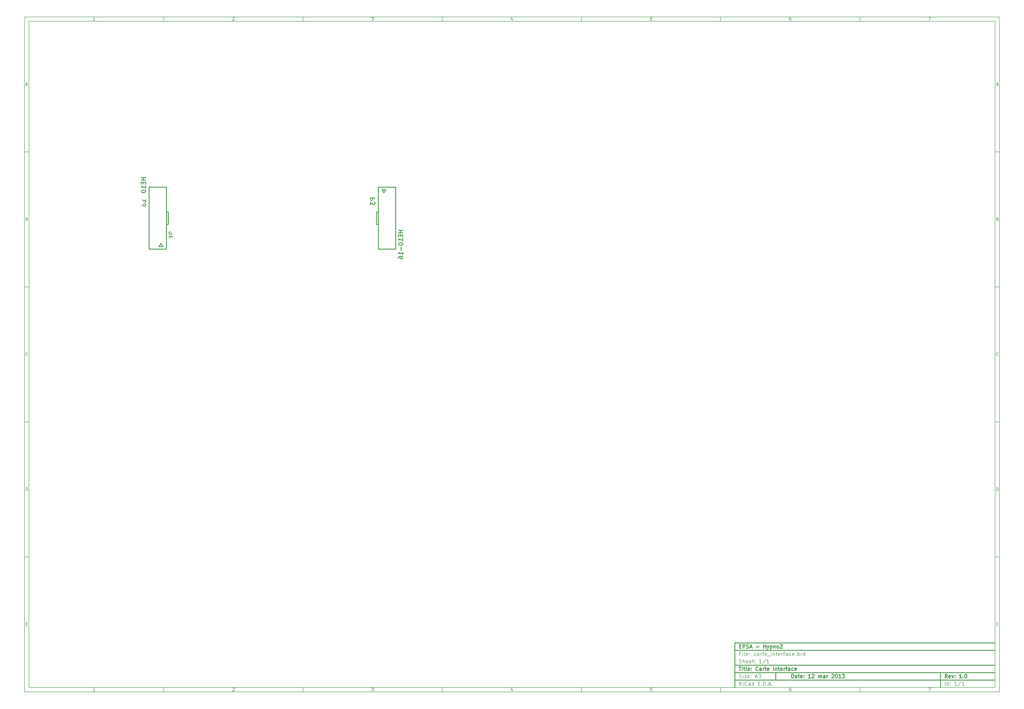
<source format=gbo>
G04 (created by PCBNEW-RS274X (2012-01-19 BZR 3256)-stable) date 12/03/2013 15:58:58*
G01*
G70*
G90*
%MOIN*%
G04 Gerber Fmt 3.4, Leading zero omitted, Abs format*
%FSLAX34Y34*%
G04 APERTURE LIST*
%ADD10C,0.006000*%
%ADD11C,0.012000*%
%ADD12C,0.014000*%
%ADD13C,0.090000*%
%ADD14R,0.090000X0.090000*%
%ADD15R,0.082000X0.110000*%
%ADD16O,0.082000X0.110000*%
%ADD17R,0.110000X0.082000*%
%ADD18O,0.110000X0.082000*%
%ADD19C,0.235000*%
%ADD20R,0.105000X0.105000*%
%ADD21C,0.105000*%
%ADD22R,0.095000X0.095000*%
%ADD23C,0.095000*%
%ADD24R,0.075000X0.075000*%
%ADD25C,0.075000*%
%ADD26C,0.100000*%
%ADD27C,0.270000*%
G04 APERTURE END LIST*
G54D10*
X04000Y-04000D02*
X161350Y-04000D01*
X161350Y-113000D01*
X04000Y-113000D01*
X04000Y-04000D01*
X04700Y-04700D02*
X160650Y-04700D01*
X160650Y-112300D01*
X04700Y-112300D01*
X04700Y-04700D01*
X26470Y-04000D02*
X26470Y-04700D01*
X15383Y-04552D02*
X15097Y-04552D01*
X15240Y-04552D02*
X15240Y-04052D01*
X15192Y-04124D01*
X15145Y-04171D01*
X15097Y-04195D01*
X26470Y-113000D02*
X26470Y-112300D01*
X15383Y-112852D02*
X15097Y-112852D01*
X15240Y-112852D02*
X15240Y-112352D01*
X15192Y-112424D01*
X15145Y-112471D01*
X15097Y-112495D01*
X48940Y-04000D02*
X48940Y-04700D01*
X37567Y-04100D02*
X37591Y-04076D01*
X37639Y-04052D01*
X37758Y-04052D01*
X37805Y-04076D01*
X37829Y-04100D01*
X37853Y-04148D01*
X37853Y-04195D01*
X37829Y-04267D01*
X37543Y-04552D01*
X37853Y-04552D01*
X48940Y-113000D02*
X48940Y-112300D01*
X37567Y-112400D02*
X37591Y-112376D01*
X37639Y-112352D01*
X37758Y-112352D01*
X37805Y-112376D01*
X37829Y-112400D01*
X37853Y-112448D01*
X37853Y-112495D01*
X37829Y-112567D01*
X37543Y-112852D01*
X37853Y-112852D01*
X71410Y-04000D02*
X71410Y-04700D01*
X60013Y-04052D02*
X60323Y-04052D01*
X60156Y-04243D01*
X60228Y-04243D01*
X60275Y-04267D01*
X60299Y-04290D01*
X60323Y-04338D01*
X60323Y-04457D01*
X60299Y-04505D01*
X60275Y-04529D01*
X60228Y-04552D01*
X60085Y-04552D01*
X60037Y-04529D01*
X60013Y-04505D01*
X71410Y-113000D02*
X71410Y-112300D01*
X60013Y-112352D02*
X60323Y-112352D01*
X60156Y-112543D01*
X60228Y-112543D01*
X60275Y-112567D01*
X60299Y-112590D01*
X60323Y-112638D01*
X60323Y-112757D01*
X60299Y-112805D01*
X60275Y-112829D01*
X60228Y-112852D01*
X60085Y-112852D01*
X60037Y-112829D01*
X60013Y-112805D01*
X93880Y-04000D02*
X93880Y-04700D01*
X82745Y-04219D02*
X82745Y-04552D01*
X82626Y-04029D02*
X82507Y-04386D01*
X82817Y-04386D01*
X93880Y-113000D02*
X93880Y-112300D01*
X82745Y-112519D02*
X82745Y-112852D01*
X82626Y-112329D02*
X82507Y-112686D01*
X82817Y-112686D01*
X116350Y-04000D02*
X116350Y-04700D01*
X105239Y-04052D02*
X105001Y-04052D01*
X104977Y-04290D01*
X105001Y-04267D01*
X105049Y-04243D01*
X105168Y-04243D01*
X105215Y-04267D01*
X105239Y-04290D01*
X105263Y-04338D01*
X105263Y-04457D01*
X105239Y-04505D01*
X105215Y-04529D01*
X105168Y-04552D01*
X105049Y-04552D01*
X105001Y-04529D01*
X104977Y-04505D01*
X116350Y-113000D02*
X116350Y-112300D01*
X105239Y-112352D02*
X105001Y-112352D01*
X104977Y-112590D01*
X105001Y-112567D01*
X105049Y-112543D01*
X105168Y-112543D01*
X105215Y-112567D01*
X105239Y-112590D01*
X105263Y-112638D01*
X105263Y-112757D01*
X105239Y-112805D01*
X105215Y-112829D01*
X105168Y-112852D01*
X105049Y-112852D01*
X105001Y-112829D01*
X104977Y-112805D01*
X138820Y-04000D02*
X138820Y-04700D01*
X127685Y-04052D02*
X127590Y-04052D01*
X127542Y-04076D01*
X127519Y-04100D01*
X127471Y-04171D01*
X127447Y-04267D01*
X127447Y-04457D01*
X127471Y-04505D01*
X127495Y-04529D01*
X127542Y-04552D01*
X127638Y-04552D01*
X127685Y-04529D01*
X127709Y-04505D01*
X127733Y-04457D01*
X127733Y-04338D01*
X127709Y-04290D01*
X127685Y-04267D01*
X127638Y-04243D01*
X127542Y-04243D01*
X127495Y-04267D01*
X127471Y-04290D01*
X127447Y-04338D01*
X138820Y-113000D02*
X138820Y-112300D01*
X127685Y-112352D02*
X127590Y-112352D01*
X127542Y-112376D01*
X127519Y-112400D01*
X127471Y-112471D01*
X127447Y-112567D01*
X127447Y-112757D01*
X127471Y-112805D01*
X127495Y-112829D01*
X127542Y-112852D01*
X127638Y-112852D01*
X127685Y-112829D01*
X127709Y-112805D01*
X127733Y-112757D01*
X127733Y-112638D01*
X127709Y-112590D01*
X127685Y-112567D01*
X127638Y-112543D01*
X127542Y-112543D01*
X127495Y-112567D01*
X127471Y-112590D01*
X127447Y-112638D01*
X149893Y-04052D02*
X150227Y-04052D01*
X150012Y-04552D01*
X149893Y-112352D02*
X150227Y-112352D01*
X150012Y-112852D01*
X04000Y-25800D02*
X04700Y-25800D01*
X04231Y-14960D02*
X04469Y-14960D01*
X04184Y-15102D02*
X04350Y-14602D01*
X04517Y-15102D01*
X161350Y-25800D02*
X160650Y-25800D01*
X160881Y-14960D02*
X161119Y-14960D01*
X160834Y-15102D02*
X161000Y-14602D01*
X161167Y-15102D01*
X04000Y-47600D02*
X04700Y-47600D01*
X04386Y-36640D02*
X04457Y-36664D01*
X04481Y-36688D01*
X04505Y-36736D01*
X04505Y-36807D01*
X04481Y-36855D01*
X04457Y-36879D01*
X04410Y-36902D01*
X04219Y-36902D01*
X04219Y-36402D01*
X04386Y-36402D01*
X04433Y-36426D01*
X04457Y-36450D01*
X04481Y-36498D01*
X04481Y-36545D01*
X04457Y-36593D01*
X04433Y-36617D01*
X04386Y-36640D01*
X04219Y-36640D01*
X161350Y-47600D02*
X160650Y-47600D01*
X161036Y-36640D02*
X161107Y-36664D01*
X161131Y-36688D01*
X161155Y-36736D01*
X161155Y-36807D01*
X161131Y-36855D01*
X161107Y-36879D01*
X161060Y-36902D01*
X160869Y-36902D01*
X160869Y-36402D01*
X161036Y-36402D01*
X161083Y-36426D01*
X161107Y-36450D01*
X161131Y-36498D01*
X161131Y-36545D01*
X161107Y-36593D01*
X161083Y-36617D01*
X161036Y-36640D01*
X160869Y-36640D01*
X04000Y-69400D02*
X04700Y-69400D01*
X04505Y-58655D02*
X04481Y-58679D01*
X04410Y-58702D01*
X04362Y-58702D01*
X04290Y-58679D01*
X04243Y-58631D01*
X04219Y-58583D01*
X04195Y-58488D01*
X04195Y-58417D01*
X04219Y-58321D01*
X04243Y-58274D01*
X04290Y-58226D01*
X04362Y-58202D01*
X04410Y-58202D01*
X04481Y-58226D01*
X04505Y-58250D01*
X161350Y-69400D02*
X160650Y-69400D01*
X161155Y-58655D02*
X161131Y-58679D01*
X161060Y-58702D01*
X161012Y-58702D01*
X160940Y-58679D01*
X160893Y-58631D01*
X160869Y-58583D01*
X160845Y-58488D01*
X160845Y-58417D01*
X160869Y-58321D01*
X160893Y-58274D01*
X160940Y-58226D01*
X161012Y-58202D01*
X161060Y-58202D01*
X161131Y-58226D01*
X161155Y-58250D01*
X04000Y-91200D02*
X04700Y-91200D01*
X04219Y-80502D02*
X04219Y-80002D01*
X04338Y-80002D01*
X04410Y-80026D01*
X04457Y-80074D01*
X04481Y-80121D01*
X04505Y-80217D01*
X04505Y-80288D01*
X04481Y-80383D01*
X04457Y-80431D01*
X04410Y-80479D01*
X04338Y-80502D01*
X04219Y-80502D01*
X161350Y-91200D02*
X160650Y-91200D01*
X160869Y-80502D02*
X160869Y-80002D01*
X160988Y-80002D01*
X161060Y-80026D01*
X161107Y-80074D01*
X161131Y-80121D01*
X161155Y-80217D01*
X161155Y-80288D01*
X161131Y-80383D01*
X161107Y-80431D01*
X161060Y-80479D01*
X160988Y-80502D01*
X160869Y-80502D01*
X04243Y-102040D02*
X04410Y-102040D01*
X04481Y-102302D02*
X04243Y-102302D01*
X04243Y-101802D01*
X04481Y-101802D01*
X160893Y-102040D02*
X161060Y-102040D01*
X161131Y-102302D02*
X160893Y-102302D01*
X160893Y-101802D01*
X161131Y-101802D01*
G54D11*
X127793Y-110743D02*
X127793Y-110143D01*
X127936Y-110143D01*
X128021Y-110171D01*
X128079Y-110229D01*
X128107Y-110286D01*
X128136Y-110400D01*
X128136Y-110486D01*
X128107Y-110600D01*
X128079Y-110657D01*
X128021Y-110714D01*
X127936Y-110743D01*
X127793Y-110743D01*
X128650Y-110743D02*
X128650Y-110429D01*
X128621Y-110371D01*
X128564Y-110343D01*
X128450Y-110343D01*
X128393Y-110371D01*
X128650Y-110714D02*
X128593Y-110743D01*
X128450Y-110743D01*
X128393Y-110714D01*
X128364Y-110657D01*
X128364Y-110600D01*
X128393Y-110543D01*
X128450Y-110514D01*
X128593Y-110514D01*
X128650Y-110486D01*
X128850Y-110343D02*
X129079Y-110343D01*
X128936Y-110143D02*
X128936Y-110657D01*
X128964Y-110714D01*
X129022Y-110743D01*
X129079Y-110743D01*
X129507Y-110714D02*
X129450Y-110743D01*
X129336Y-110743D01*
X129279Y-110714D01*
X129250Y-110657D01*
X129250Y-110429D01*
X129279Y-110371D01*
X129336Y-110343D01*
X129450Y-110343D01*
X129507Y-110371D01*
X129536Y-110429D01*
X129536Y-110486D01*
X129250Y-110543D01*
X129793Y-110686D02*
X129821Y-110714D01*
X129793Y-110743D01*
X129764Y-110714D01*
X129793Y-110686D01*
X129793Y-110743D01*
X129793Y-110371D02*
X129821Y-110400D01*
X129793Y-110429D01*
X129764Y-110400D01*
X129793Y-110371D01*
X129793Y-110429D01*
X130850Y-110743D02*
X130507Y-110743D01*
X130679Y-110743D02*
X130679Y-110143D01*
X130622Y-110229D01*
X130564Y-110286D01*
X130507Y-110314D01*
X131078Y-110200D02*
X131107Y-110171D01*
X131164Y-110143D01*
X131307Y-110143D01*
X131364Y-110171D01*
X131393Y-110200D01*
X131421Y-110257D01*
X131421Y-110314D01*
X131393Y-110400D01*
X131050Y-110743D01*
X131421Y-110743D01*
X132135Y-110743D02*
X132135Y-110343D01*
X132135Y-110400D02*
X132163Y-110371D01*
X132221Y-110343D01*
X132306Y-110343D01*
X132363Y-110371D01*
X132392Y-110429D01*
X132392Y-110743D01*
X132392Y-110429D02*
X132421Y-110371D01*
X132478Y-110343D01*
X132563Y-110343D01*
X132621Y-110371D01*
X132649Y-110429D01*
X132649Y-110743D01*
X133192Y-110743D02*
X133192Y-110429D01*
X133163Y-110371D01*
X133106Y-110343D01*
X132992Y-110343D01*
X132935Y-110371D01*
X133192Y-110714D02*
X133135Y-110743D01*
X132992Y-110743D01*
X132935Y-110714D01*
X132906Y-110657D01*
X132906Y-110600D01*
X132935Y-110543D01*
X132992Y-110514D01*
X133135Y-110514D01*
X133192Y-110486D01*
X133478Y-110743D02*
X133478Y-110343D01*
X133478Y-110457D02*
X133506Y-110400D01*
X133535Y-110371D01*
X133592Y-110343D01*
X133649Y-110343D01*
X134277Y-110200D02*
X134306Y-110171D01*
X134363Y-110143D01*
X134506Y-110143D01*
X134563Y-110171D01*
X134592Y-110200D01*
X134620Y-110257D01*
X134620Y-110314D01*
X134592Y-110400D01*
X134249Y-110743D01*
X134620Y-110743D01*
X134991Y-110143D02*
X135048Y-110143D01*
X135105Y-110171D01*
X135134Y-110200D01*
X135163Y-110257D01*
X135191Y-110371D01*
X135191Y-110514D01*
X135163Y-110629D01*
X135134Y-110686D01*
X135105Y-110714D01*
X135048Y-110743D01*
X134991Y-110743D01*
X134934Y-110714D01*
X134905Y-110686D01*
X134877Y-110629D01*
X134848Y-110514D01*
X134848Y-110371D01*
X134877Y-110257D01*
X134905Y-110200D01*
X134934Y-110171D01*
X134991Y-110143D01*
X135762Y-110743D02*
X135419Y-110743D01*
X135591Y-110743D02*
X135591Y-110143D01*
X135534Y-110229D01*
X135476Y-110286D01*
X135419Y-110314D01*
X135962Y-110143D02*
X136333Y-110143D01*
X136133Y-110371D01*
X136219Y-110371D01*
X136276Y-110400D01*
X136305Y-110429D01*
X136333Y-110486D01*
X136333Y-110629D01*
X136305Y-110686D01*
X136276Y-110714D01*
X136219Y-110743D01*
X136047Y-110743D01*
X135990Y-110714D01*
X135962Y-110686D01*
G54D10*
X119393Y-111943D02*
X119393Y-111343D01*
X119736Y-111943D02*
X119479Y-111600D01*
X119736Y-111343D02*
X119393Y-111686D01*
X119993Y-111943D02*
X119993Y-111543D01*
X119993Y-111343D02*
X119964Y-111371D01*
X119993Y-111400D01*
X120021Y-111371D01*
X119993Y-111343D01*
X119993Y-111400D01*
X120622Y-111886D02*
X120593Y-111914D01*
X120507Y-111943D01*
X120450Y-111943D01*
X120365Y-111914D01*
X120307Y-111857D01*
X120279Y-111800D01*
X120250Y-111686D01*
X120250Y-111600D01*
X120279Y-111486D01*
X120307Y-111429D01*
X120365Y-111371D01*
X120450Y-111343D01*
X120507Y-111343D01*
X120593Y-111371D01*
X120622Y-111400D01*
X121136Y-111943D02*
X121136Y-111629D01*
X121107Y-111571D01*
X121050Y-111543D01*
X120936Y-111543D01*
X120879Y-111571D01*
X121136Y-111914D02*
X121079Y-111943D01*
X120936Y-111943D01*
X120879Y-111914D01*
X120850Y-111857D01*
X120850Y-111800D01*
X120879Y-111743D01*
X120936Y-111714D01*
X121079Y-111714D01*
X121136Y-111686D01*
X121679Y-111943D02*
X121679Y-111343D01*
X121679Y-111914D02*
X121622Y-111943D01*
X121508Y-111943D01*
X121450Y-111914D01*
X121422Y-111886D01*
X121393Y-111829D01*
X121393Y-111657D01*
X121422Y-111600D01*
X121450Y-111571D01*
X121508Y-111543D01*
X121622Y-111543D01*
X121679Y-111571D01*
X122422Y-111629D02*
X122622Y-111629D01*
X122708Y-111943D02*
X122422Y-111943D01*
X122422Y-111343D01*
X122708Y-111343D01*
X122965Y-111886D02*
X122993Y-111914D01*
X122965Y-111943D01*
X122936Y-111914D01*
X122965Y-111886D01*
X122965Y-111943D01*
X123251Y-111943D02*
X123251Y-111343D01*
X123394Y-111343D01*
X123479Y-111371D01*
X123537Y-111429D01*
X123565Y-111486D01*
X123594Y-111600D01*
X123594Y-111686D01*
X123565Y-111800D01*
X123537Y-111857D01*
X123479Y-111914D01*
X123394Y-111943D01*
X123251Y-111943D01*
X123851Y-111886D02*
X123879Y-111914D01*
X123851Y-111943D01*
X123822Y-111914D01*
X123851Y-111886D01*
X123851Y-111943D01*
X124108Y-111771D02*
X124394Y-111771D01*
X124051Y-111943D02*
X124251Y-111343D01*
X124451Y-111943D01*
X124651Y-111886D02*
X124679Y-111914D01*
X124651Y-111943D01*
X124622Y-111914D01*
X124651Y-111886D01*
X124651Y-111943D01*
G54D11*
X152936Y-110743D02*
X152736Y-110457D01*
X152593Y-110743D02*
X152593Y-110143D01*
X152821Y-110143D01*
X152879Y-110171D01*
X152907Y-110200D01*
X152936Y-110257D01*
X152936Y-110343D01*
X152907Y-110400D01*
X152879Y-110429D01*
X152821Y-110457D01*
X152593Y-110457D01*
X153421Y-110714D02*
X153364Y-110743D01*
X153250Y-110743D01*
X153193Y-110714D01*
X153164Y-110657D01*
X153164Y-110429D01*
X153193Y-110371D01*
X153250Y-110343D01*
X153364Y-110343D01*
X153421Y-110371D01*
X153450Y-110429D01*
X153450Y-110486D01*
X153164Y-110543D01*
X153650Y-110343D02*
X153793Y-110743D01*
X153935Y-110343D01*
X154164Y-110686D02*
X154192Y-110714D01*
X154164Y-110743D01*
X154135Y-110714D01*
X154164Y-110686D01*
X154164Y-110743D01*
X154164Y-110371D02*
X154192Y-110400D01*
X154164Y-110429D01*
X154135Y-110400D01*
X154164Y-110371D01*
X154164Y-110429D01*
X155221Y-110743D02*
X154878Y-110743D01*
X155050Y-110743D02*
X155050Y-110143D01*
X154993Y-110229D01*
X154935Y-110286D01*
X154878Y-110314D01*
X155478Y-110686D02*
X155506Y-110714D01*
X155478Y-110743D01*
X155449Y-110714D01*
X155478Y-110686D01*
X155478Y-110743D01*
X155878Y-110143D02*
X155935Y-110143D01*
X155992Y-110171D01*
X156021Y-110200D01*
X156050Y-110257D01*
X156078Y-110371D01*
X156078Y-110514D01*
X156050Y-110629D01*
X156021Y-110686D01*
X155992Y-110714D01*
X155935Y-110743D01*
X155878Y-110743D01*
X155821Y-110714D01*
X155792Y-110686D01*
X155764Y-110629D01*
X155735Y-110514D01*
X155735Y-110371D01*
X155764Y-110257D01*
X155792Y-110200D01*
X155821Y-110171D01*
X155878Y-110143D01*
G54D10*
X119364Y-110714D02*
X119450Y-110743D01*
X119593Y-110743D01*
X119650Y-110714D01*
X119679Y-110686D01*
X119707Y-110629D01*
X119707Y-110571D01*
X119679Y-110514D01*
X119650Y-110486D01*
X119593Y-110457D01*
X119479Y-110429D01*
X119421Y-110400D01*
X119393Y-110371D01*
X119364Y-110314D01*
X119364Y-110257D01*
X119393Y-110200D01*
X119421Y-110171D01*
X119479Y-110143D01*
X119621Y-110143D01*
X119707Y-110171D01*
X119964Y-110743D02*
X119964Y-110343D01*
X119964Y-110143D02*
X119935Y-110171D01*
X119964Y-110200D01*
X119992Y-110171D01*
X119964Y-110143D01*
X119964Y-110200D01*
X120193Y-110343D02*
X120507Y-110343D01*
X120193Y-110743D01*
X120507Y-110743D01*
X120964Y-110714D02*
X120907Y-110743D01*
X120793Y-110743D01*
X120736Y-110714D01*
X120707Y-110657D01*
X120707Y-110429D01*
X120736Y-110371D01*
X120793Y-110343D01*
X120907Y-110343D01*
X120964Y-110371D01*
X120993Y-110429D01*
X120993Y-110486D01*
X120707Y-110543D01*
X121250Y-110686D02*
X121278Y-110714D01*
X121250Y-110743D01*
X121221Y-110714D01*
X121250Y-110686D01*
X121250Y-110743D01*
X121250Y-110371D02*
X121278Y-110400D01*
X121250Y-110429D01*
X121221Y-110400D01*
X121250Y-110371D01*
X121250Y-110429D01*
X121964Y-110571D02*
X122250Y-110571D01*
X121907Y-110743D02*
X122107Y-110143D01*
X122307Y-110743D01*
X122450Y-110143D02*
X122821Y-110143D01*
X122621Y-110371D01*
X122707Y-110371D01*
X122764Y-110400D01*
X122793Y-110429D01*
X122821Y-110486D01*
X122821Y-110629D01*
X122793Y-110686D01*
X122764Y-110714D01*
X122707Y-110743D01*
X122535Y-110743D01*
X122478Y-110714D01*
X122450Y-110686D01*
X152593Y-111943D02*
X152593Y-111343D01*
X153136Y-111943D02*
X153136Y-111343D01*
X153136Y-111914D02*
X153079Y-111943D01*
X152965Y-111943D01*
X152907Y-111914D01*
X152879Y-111886D01*
X152850Y-111829D01*
X152850Y-111657D01*
X152879Y-111600D01*
X152907Y-111571D01*
X152965Y-111543D01*
X153079Y-111543D01*
X153136Y-111571D01*
X153422Y-111886D02*
X153450Y-111914D01*
X153422Y-111943D01*
X153393Y-111914D01*
X153422Y-111886D01*
X153422Y-111943D01*
X153422Y-111571D02*
X153450Y-111600D01*
X153422Y-111629D01*
X153393Y-111600D01*
X153422Y-111571D01*
X153422Y-111629D01*
X154479Y-111943D02*
X154136Y-111943D01*
X154308Y-111943D02*
X154308Y-111343D01*
X154251Y-111429D01*
X154193Y-111486D01*
X154136Y-111514D01*
X155164Y-111314D02*
X154650Y-112086D01*
X155679Y-111943D02*
X155336Y-111943D01*
X155508Y-111943D02*
X155508Y-111343D01*
X155451Y-111429D01*
X155393Y-111486D01*
X155336Y-111514D01*
G54D11*
X119307Y-108943D02*
X119650Y-108943D01*
X119479Y-109543D02*
X119479Y-108943D01*
X119850Y-109543D02*
X119850Y-109143D01*
X119850Y-108943D02*
X119821Y-108971D01*
X119850Y-109000D01*
X119878Y-108971D01*
X119850Y-108943D01*
X119850Y-109000D01*
X120050Y-109143D02*
X120279Y-109143D01*
X120136Y-108943D02*
X120136Y-109457D01*
X120164Y-109514D01*
X120222Y-109543D01*
X120279Y-109543D01*
X120565Y-109543D02*
X120507Y-109514D01*
X120479Y-109457D01*
X120479Y-108943D01*
X121021Y-109514D02*
X120964Y-109543D01*
X120850Y-109543D01*
X120793Y-109514D01*
X120764Y-109457D01*
X120764Y-109229D01*
X120793Y-109171D01*
X120850Y-109143D01*
X120964Y-109143D01*
X121021Y-109171D01*
X121050Y-109229D01*
X121050Y-109286D01*
X120764Y-109343D01*
X121307Y-109486D02*
X121335Y-109514D01*
X121307Y-109543D01*
X121278Y-109514D01*
X121307Y-109486D01*
X121307Y-109543D01*
X121307Y-109171D02*
X121335Y-109200D01*
X121307Y-109229D01*
X121278Y-109200D01*
X121307Y-109171D01*
X121307Y-109229D01*
X122393Y-109486D02*
X122364Y-109514D01*
X122278Y-109543D01*
X122221Y-109543D01*
X122136Y-109514D01*
X122078Y-109457D01*
X122050Y-109400D01*
X122021Y-109286D01*
X122021Y-109200D01*
X122050Y-109086D01*
X122078Y-109029D01*
X122136Y-108971D01*
X122221Y-108943D01*
X122278Y-108943D01*
X122364Y-108971D01*
X122393Y-109000D01*
X122907Y-109543D02*
X122907Y-109229D01*
X122878Y-109171D01*
X122821Y-109143D01*
X122707Y-109143D01*
X122650Y-109171D01*
X122907Y-109514D02*
X122850Y-109543D01*
X122707Y-109543D01*
X122650Y-109514D01*
X122621Y-109457D01*
X122621Y-109400D01*
X122650Y-109343D01*
X122707Y-109314D01*
X122850Y-109314D01*
X122907Y-109286D01*
X123193Y-109543D02*
X123193Y-109143D01*
X123193Y-109257D02*
X123221Y-109200D01*
X123250Y-109171D01*
X123307Y-109143D01*
X123364Y-109143D01*
X123478Y-109143D02*
X123707Y-109143D01*
X123564Y-108943D02*
X123564Y-109457D01*
X123592Y-109514D01*
X123650Y-109543D01*
X123707Y-109543D01*
X124135Y-109514D02*
X124078Y-109543D01*
X123964Y-109543D01*
X123907Y-109514D01*
X123878Y-109457D01*
X123878Y-109229D01*
X123907Y-109171D01*
X123964Y-109143D01*
X124078Y-109143D01*
X124135Y-109171D01*
X124164Y-109229D01*
X124164Y-109286D01*
X123878Y-109343D01*
X124878Y-109543D02*
X124878Y-109143D01*
X124878Y-108943D02*
X124849Y-108971D01*
X124878Y-109000D01*
X124906Y-108971D01*
X124878Y-108943D01*
X124878Y-109000D01*
X125164Y-109143D02*
X125164Y-109543D01*
X125164Y-109200D02*
X125192Y-109171D01*
X125250Y-109143D01*
X125335Y-109143D01*
X125392Y-109171D01*
X125421Y-109229D01*
X125421Y-109543D01*
X125621Y-109143D02*
X125850Y-109143D01*
X125707Y-108943D02*
X125707Y-109457D01*
X125735Y-109514D01*
X125793Y-109543D01*
X125850Y-109543D01*
X126278Y-109514D02*
X126221Y-109543D01*
X126107Y-109543D01*
X126050Y-109514D01*
X126021Y-109457D01*
X126021Y-109229D01*
X126050Y-109171D01*
X126107Y-109143D01*
X126221Y-109143D01*
X126278Y-109171D01*
X126307Y-109229D01*
X126307Y-109286D01*
X126021Y-109343D01*
X126564Y-109543D02*
X126564Y-109143D01*
X126564Y-109257D02*
X126592Y-109200D01*
X126621Y-109171D01*
X126678Y-109143D01*
X126735Y-109143D01*
X126849Y-109143D02*
X127078Y-109143D01*
X126935Y-109543D02*
X126935Y-109029D01*
X126963Y-108971D01*
X127021Y-108943D01*
X127078Y-108943D01*
X127535Y-109543D02*
X127535Y-109229D01*
X127506Y-109171D01*
X127449Y-109143D01*
X127335Y-109143D01*
X127278Y-109171D01*
X127535Y-109514D02*
X127478Y-109543D01*
X127335Y-109543D01*
X127278Y-109514D01*
X127249Y-109457D01*
X127249Y-109400D01*
X127278Y-109343D01*
X127335Y-109314D01*
X127478Y-109314D01*
X127535Y-109286D01*
X128078Y-109514D02*
X128021Y-109543D01*
X127907Y-109543D01*
X127849Y-109514D01*
X127821Y-109486D01*
X127792Y-109429D01*
X127792Y-109257D01*
X127821Y-109200D01*
X127849Y-109171D01*
X127907Y-109143D01*
X128021Y-109143D01*
X128078Y-109171D01*
X128563Y-109514D02*
X128506Y-109543D01*
X128392Y-109543D01*
X128335Y-109514D01*
X128306Y-109457D01*
X128306Y-109229D01*
X128335Y-109171D01*
X128392Y-109143D01*
X128506Y-109143D01*
X128563Y-109171D01*
X128592Y-109229D01*
X128592Y-109286D01*
X128306Y-109343D01*
G54D10*
X119593Y-106829D02*
X119393Y-106829D01*
X119393Y-107143D02*
X119393Y-106543D01*
X119679Y-106543D01*
X119907Y-107143D02*
X119907Y-106743D01*
X119907Y-106543D02*
X119878Y-106571D01*
X119907Y-106600D01*
X119935Y-106571D01*
X119907Y-106543D01*
X119907Y-106600D01*
X120279Y-107143D02*
X120221Y-107114D01*
X120193Y-107057D01*
X120193Y-106543D01*
X120735Y-107114D02*
X120678Y-107143D01*
X120564Y-107143D01*
X120507Y-107114D01*
X120478Y-107057D01*
X120478Y-106829D01*
X120507Y-106771D01*
X120564Y-106743D01*
X120678Y-106743D01*
X120735Y-106771D01*
X120764Y-106829D01*
X120764Y-106886D01*
X120478Y-106943D01*
X121021Y-107086D02*
X121049Y-107114D01*
X121021Y-107143D01*
X120992Y-107114D01*
X121021Y-107086D01*
X121021Y-107143D01*
X121021Y-106771D02*
X121049Y-106800D01*
X121021Y-106829D01*
X120992Y-106800D01*
X121021Y-106771D01*
X121021Y-106829D01*
X122021Y-107114D02*
X121964Y-107143D01*
X121850Y-107143D01*
X121792Y-107114D01*
X121764Y-107086D01*
X121735Y-107029D01*
X121735Y-106857D01*
X121764Y-106800D01*
X121792Y-106771D01*
X121850Y-106743D01*
X121964Y-106743D01*
X122021Y-106771D01*
X122535Y-107143D02*
X122535Y-106829D01*
X122506Y-106771D01*
X122449Y-106743D01*
X122335Y-106743D01*
X122278Y-106771D01*
X122535Y-107114D02*
X122478Y-107143D01*
X122335Y-107143D01*
X122278Y-107114D01*
X122249Y-107057D01*
X122249Y-107000D01*
X122278Y-106943D01*
X122335Y-106914D01*
X122478Y-106914D01*
X122535Y-106886D01*
X122821Y-107143D02*
X122821Y-106743D01*
X122821Y-106857D02*
X122849Y-106800D01*
X122878Y-106771D01*
X122935Y-106743D01*
X122992Y-106743D01*
X123106Y-106743D02*
X123335Y-106743D01*
X123192Y-106543D02*
X123192Y-107057D01*
X123220Y-107114D01*
X123278Y-107143D01*
X123335Y-107143D01*
X123763Y-107114D02*
X123706Y-107143D01*
X123592Y-107143D01*
X123535Y-107114D01*
X123506Y-107057D01*
X123506Y-106829D01*
X123535Y-106771D01*
X123592Y-106743D01*
X123706Y-106743D01*
X123763Y-106771D01*
X123792Y-106829D01*
X123792Y-106886D01*
X123506Y-106943D01*
X123906Y-107200D02*
X124363Y-107200D01*
X124506Y-107143D02*
X124506Y-106743D01*
X124506Y-106543D02*
X124477Y-106571D01*
X124506Y-106600D01*
X124534Y-106571D01*
X124506Y-106543D01*
X124506Y-106600D01*
X124792Y-106743D02*
X124792Y-107143D01*
X124792Y-106800D02*
X124820Y-106771D01*
X124878Y-106743D01*
X124963Y-106743D01*
X125020Y-106771D01*
X125049Y-106829D01*
X125049Y-107143D01*
X125249Y-106743D02*
X125478Y-106743D01*
X125335Y-106543D02*
X125335Y-107057D01*
X125363Y-107114D01*
X125421Y-107143D01*
X125478Y-107143D01*
X125906Y-107114D02*
X125849Y-107143D01*
X125735Y-107143D01*
X125678Y-107114D01*
X125649Y-107057D01*
X125649Y-106829D01*
X125678Y-106771D01*
X125735Y-106743D01*
X125849Y-106743D01*
X125906Y-106771D01*
X125935Y-106829D01*
X125935Y-106886D01*
X125649Y-106943D01*
X126192Y-107143D02*
X126192Y-106743D01*
X126192Y-106857D02*
X126220Y-106800D01*
X126249Y-106771D01*
X126306Y-106743D01*
X126363Y-106743D01*
X126477Y-106743D02*
X126706Y-106743D01*
X126563Y-107143D02*
X126563Y-106629D01*
X126591Y-106571D01*
X126649Y-106543D01*
X126706Y-106543D01*
X127163Y-107143D02*
X127163Y-106829D01*
X127134Y-106771D01*
X127077Y-106743D01*
X126963Y-106743D01*
X126906Y-106771D01*
X127163Y-107114D02*
X127106Y-107143D01*
X126963Y-107143D01*
X126906Y-107114D01*
X126877Y-107057D01*
X126877Y-107000D01*
X126906Y-106943D01*
X126963Y-106914D01*
X127106Y-106914D01*
X127163Y-106886D01*
X127706Y-107114D02*
X127649Y-107143D01*
X127535Y-107143D01*
X127477Y-107114D01*
X127449Y-107086D01*
X127420Y-107029D01*
X127420Y-106857D01*
X127449Y-106800D01*
X127477Y-106771D01*
X127535Y-106743D01*
X127649Y-106743D01*
X127706Y-106771D01*
X128191Y-107114D02*
X128134Y-107143D01*
X128020Y-107143D01*
X127963Y-107114D01*
X127934Y-107057D01*
X127934Y-106829D01*
X127963Y-106771D01*
X128020Y-106743D01*
X128134Y-106743D01*
X128191Y-106771D01*
X128220Y-106829D01*
X128220Y-106886D01*
X127934Y-106943D01*
X128477Y-107086D02*
X128505Y-107114D01*
X128477Y-107143D01*
X128448Y-107114D01*
X128477Y-107086D01*
X128477Y-107143D01*
X128763Y-107143D02*
X128763Y-106543D01*
X128763Y-106771D02*
X128820Y-106743D01*
X128934Y-106743D01*
X128991Y-106771D01*
X129020Y-106800D01*
X129049Y-106857D01*
X129049Y-107029D01*
X129020Y-107086D01*
X128991Y-107114D01*
X128934Y-107143D01*
X128820Y-107143D01*
X128763Y-107114D01*
X129306Y-107143D02*
X129306Y-106743D01*
X129306Y-106857D02*
X129334Y-106800D01*
X129363Y-106771D01*
X129420Y-106743D01*
X129477Y-106743D01*
X129934Y-107143D02*
X129934Y-106543D01*
X129934Y-107114D02*
X129877Y-107143D01*
X129763Y-107143D01*
X129705Y-107114D01*
X129677Y-107086D01*
X129648Y-107029D01*
X129648Y-106857D01*
X129677Y-106800D01*
X129705Y-106771D01*
X129763Y-106743D01*
X129877Y-106743D01*
X129934Y-106771D01*
X119364Y-108314D02*
X119450Y-108343D01*
X119593Y-108343D01*
X119650Y-108314D01*
X119679Y-108286D01*
X119707Y-108229D01*
X119707Y-108171D01*
X119679Y-108114D01*
X119650Y-108086D01*
X119593Y-108057D01*
X119479Y-108029D01*
X119421Y-108000D01*
X119393Y-107971D01*
X119364Y-107914D01*
X119364Y-107857D01*
X119393Y-107800D01*
X119421Y-107771D01*
X119479Y-107743D01*
X119621Y-107743D01*
X119707Y-107771D01*
X119964Y-108343D02*
X119964Y-107743D01*
X120221Y-108343D02*
X120221Y-108029D01*
X120192Y-107971D01*
X120135Y-107943D01*
X120050Y-107943D01*
X119992Y-107971D01*
X119964Y-108000D01*
X120735Y-108314D02*
X120678Y-108343D01*
X120564Y-108343D01*
X120507Y-108314D01*
X120478Y-108257D01*
X120478Y-108029D01*
X120507Y-107971D01*
X120564Y-107943D01*
X120678Y-107943D01*
X120735Y-107971D01*
X120764Y-108029D01*
X120764Y-108086D01*
X120478Y-108143D01*
X121249Y-108314D02*
X121192Y-108343D01*
X121078Y-108343D01*
X121021Y-108314D01*
X120992Y-108257D01*
X120992Y-108029D01*
X121021Y-107971D01*
X121078Y-107943D01*
X121192Y-107943D01*
X121249Y-107971D01*
X121278Y-108029D01*
X121278Y-108086D01*
X120992Y-108143D01*
X121449Y-107943D02*
X121678Y-107943D01*
X121535Y-107743D02*
X121535Y-108257D01*
X121563Y-108314D01*
X121621Y-108343D01*
X121678Y-108343D01*
X121878Y-108286D02*
X121906Y-108314D01*
X121878Y-108343D01*
X121849Y-108314D01*
X121878Y-108286D01*
X121878Y-108343D01*
X121878Y-107971D02*
X121906Y-108000D01*
X121878Y-108029D01*
X121849Y-108000D01*
X121878Y-107971D01*
X121878Y-108029D01*
X122935Y-108343D02*
X122592Y-108343D01*
X122764Y-108343D02*
X122764Y-107743D01*
X122707Y-107829D01*
X122649Y-107886D01*
X122592Y-107914D01*
X123620Y-107714D02*
X123106Y-108486D01*
X124135Y-108343D02*
X123792Y-108343D01*
X123964Y-108343D02*
X123964Y-107743D01*
X123907Y-107829D01*
X123849Y-107886D01*
X123792Y-107914D01*
G54D11*
X119393Y-105629D02*
X119593Y-105629D01*
X119679Y-105943D02*
X119393Y-105943D01*
X119393Y-105343D01*
X119679Y-105343D01*
X119936Y-105943D02*
X119936Y-105343D01*
X120164Y-105343D01*
X120222Y-105371D01*
X120250Y-105400D01*
X120279Y-105457D01*
X120279Y-105543D01*
X120250Y-105600D01*
X120222Y-105629D01*
X120164Y-105657D01*
X119936Y-105657D01*
X120507Y-105914D02*
X120593Y-105943D01*
X120736Y-105943D01*
X120793Y-105914D01*
X120822Y-105886D01*
X120850Y-105829D01*
X120850Y-105771D01*
X120822Y-105714D01*
X120793Y-105686D01*
X120736Y-105657D01*
X120622Y-105629D01*
X120564Y-105600D01*
X120536Y-105571D01*
X120507Y-105514D01*
X120507Y-105457D01*
X120536Y-105400D01*
X120564Y-105371D01*
X120622Y-105343D01*
X120764Y-105343D01*
X120850Y-105371D01*
X121078Y-105771D02*
X121364Y-105771D01*
X121021Y-105943D02*
X121221Y-105343D01*
X121421Y-105943D01*
X122078Y-105714D02*
X122535Y-105714D01*
X123278Y-105943D02*
X123278Y-105343D01*
X123278Y-105629D02*
X123621Y-105629D01*
X123621Y-105943D02*
X123621Y-105343D01*
X123850Y-105543D02*
X123993Y-105943D01*
X124135Y-105543D02*
X123993Y-105943D01*
X123935Y-106086D01*
X123907Y-106114D01*
X123850Y-106143D01*
X124364Y-105543D02*
X124364Y-106143D01*
X124364Y-105571D02*
X124421Y-105543D01*
X124535Y-105543D01*
X124592Y-105571D01*
X124621Y-105600D01*
X124650Y-105657D01*
X124650Y-105829D01*
X124621Y-105886D01*
X124592Y-105914D01*
X124535Y-105943D01*
X124421Y-105943D01*
X124364Y-105914D01*
X124907Y-105543D02*
X124907Y-105943D01*
X124907Y-105600D02*
X124935Y-105571D01*
X124993Y-105543D01*
X125078Y-105543D01*
X125135Y-105571D01*
X125164Y-105629D01*
X125164Y-105943D01*
X125536Y-105943D02*
X125478Y-105914D01*
X125450Y-105886D01*
X125421Y-105829D01*
X125421Y-105657D01*
X125450Y-105600D01*
X125478Y-105571D01*
X125536Y-105543D01*
X125621Y-105543D01*
X125678Y-105571D01*
X125707Y-105600D01*
X125736Y-105657D01*
X125736Y-105829D01*
X125707Y-105886D01*
X125678Y-105914D01*
X125621Y-105943D01*
X125536Y-105943D01*
X125936Y-105343D02*
X126336Y-105343D01*
X125936Y-105943D01*
X126336Y-105943D01*
X118650Y-105100D02*
X118650Y-112300D01*
X118650Y-106300D02*
X160650Y-106300D01*
X118650Y-105100D02*
X160650Y-105100D01*
X118650Y-108700D02*
X160650Y-108700D01*
X151850Y-109900D02*
X151850Y-112300D01*
X118650Y-111100D02*
X160650Y-111100D01*
X118650Y-109900D02*
X160650Y-109900D01*
X125250Y-109900D02*
X125250Y-111100D01*
G54D12*
X61100Y-35500D02*
X60800Y-35500D01*
X60800Y-35500D02*
X60800Y-37500D01*
X60800Y-37500D02*
X61100Y-37500D01*
X61100Y-35500D02*
X61100Y-37500D01*
X61100Y-35500D02*
X61100Y-31500D01*
X61100Y-31500D02*
X63900Y-31500D01*
X63900Y-31500D02*
X63900Y-41500D01*
X63900Y-41500D02*
X61100Y-41500D01*
X61100Y-41500D02*
X61100Y-37500D01*
X62000Y-32400D02*
X62300Y-31900D01*
X62300Y-31900D02*
X61700Y-31900D01*
X61700Y-31900D02*
X62000Y-32400D01*
X26900Y-37500D02*
X27200Y-37500D01*
X27200Y-37500D02*
X27200Y-35500D01*
X27200Y-35500D02*
X26900Y-35500D01*
X26900Y-37500D02*
X26900Y-35500D01*
X26900Y-37500D02*
X26900Y-41500D01*
X26900Y-41500D02*
X24100Y-41500D01*
X24100Y-41500D02*
X24100Y-31500D01*
X24100Y-31500D02*
X26900Y-31500D01*
X26900Y-31500D02*
X26900Y-35500D01*
X26000Y-40600D02*
X25700Y-41100D01*
X25700Y-41100D02*
X26300Y-41100D01*
X26300Y-41100D02*
X26000Y-40600D01*
G54D11*
X60533Y-33234D02*
X59833Y-33234D01*
X59833Y-33500D01*
X59867Y-33567D01*
X59900Y-33600D01*
X59967Y-33634D01*
X60067Y-33634D01*
X60133Y-33600D01*
X60167Y-33567D01*
X60200Y-33500D01*
X60200Y-33234D01*
X59833Y-33867D02*
X59833Y-34300D01*
X60100Y-34067D01*
X60100Y-34167D01*
X60133Y-34234D01*
X60167Y-34267D01*
X60233Y-34300D01*
X60400Y-34300D01*
X60467Y-34267D01*
X60500Y-34234D01*
X60533Y-34167D01*
X60533Y-33967D01*
X60500Y-33900D01*
X60467Y-33867D01*
X65033Y-38467D02*
X64333Y-38467D01*
X64667Y-38467D02*
X64667Y-38867D01*
X65033Y-38867D02*
X64333Y-38867D01*
X64667Y-39200D02*
X64667Y-39433D01*
X65033Y-39533D02*
X65033Y-39200D01*
X64333Y-39200D01*
X64333Y-39533D01*
X65033Y-40199D02*
X65033Y-39799D01*
X65033Y-39999D02*
X64333Y-39999D01*
X64433Y-39933D01*
X64500Y-39866D01*
X64533Y-39799D01*
X64333Y-40633D02*
X64333Y-40700D01*
X64367Y-40766D01*
X64400Y-40800D01*
X64467Y-40833D01*
X64600Y-40866D01*
X64767Y-40866D01*
X64900Y-40833D01*
X64967Y-40800D01*
X65000Y-40766D01*
X65033Y-40700D01*
X65033Y-40633D01*
X65000Y-40566D01*
X64967Y-40533D01*
X64900Y-40500D01*
X64767Y-40466D01*
X64600Y-40466D01*
X64467Y-40500D01*
X64400Y-40533D01*
X64367Y-40566D01*
X64333Y-40633D01*
X64767Y-41167D02*
X64767Y-41700D01*
X65033Y-42400D02*
X65033Y-42000D01*
X65033Y-42200D02*
X64333Y-42200D01*
X64433Y-42134D01*
X64500Y-42067D01*
X64533Y-42000D01*
X64333Y-43001D02*
X64333Y-42867D01*
X64367Y-42801D01*
X64400Y-42767D01*
X64500Y-42701D01*
X64633Y-42667D01*
X64900Y-42667D01*
X64967Y-42701D01*
X65000Y-42734D01*
X65033Y-42801D01*
X65033Y-42934D01*
X65000Y-43001D01*
X64967Y-43034D01*
X64900Y-43067D01*
X64733Y-43067D01*
X64667Y-43034D01*
X64633Y-43001D01*
X64600Y-42934D01*
X64600Y-42801D01*
X64633Y-42734D01*
X64667Y-42701D01*
X64733Y-42667D01*
X28033Y-38734D02*
X27333Y-38734D01*
X27333Y-39000D01*
X27367Y-39067D01*
X27400Y-39100D01*
X27467Y-39134D01*
X27567Y-39134D01*
X27633Y-39100D01*
X27667Y-39067D01*
X27700Y-39000D01*
X27700Y-38734D01*
X27567Y-39734D02*
X28033Y-39734D01*
X27300Y-39567D02*
X27800Y-39400D01*
X27800Y-39834D01*
X23533Y-29967D02*
X22833Y-29967D01*
X23167Y-29967D02*
X23167Y-30367D01*
X23533Y-30367D02*
X22833Y-30367D01*
X23167Y-30700D02*
X23167Y-30933D01*
X23533Y-31033D02*
X23533Y-30700D01*
X22833Y-30700D01*
X22833Y-31033D01*
X23533Y-31699D02*
X23533Y-31299D01*
X23533Y-31499D02*
X22833Y-31499D01*
X22933Y-31433D01*
X23000Y-31366D01*
X23033Y-31299D01*
X22833Y-32133D02*
X22833Y-32200D01*
X22867Y-32266D01*
X22900Y-32300D01*
X22967Y-32333D01*
X23100Y-32366D01*
X23267Y-32366D01*
X23400Y-32333D01*
X23467Y-32300D01*
X23500Y-32266D01*
X23533Y-32200D01*
X23533Y-32133D01*
X23500Y-32066D01*
X23467Y-32033D01*
X23400Y-32000D01*
X23267Y-31966D01*
X23100Y-31966D01*
X22967Y-32000D01*
X22900Y-32033D01*
X22867Y-32066D01*
X22833Y-32133D01*
X23267Y-32667D02*
X23267Y-33200D01*
X23533Y-33900D02*
X23533Y-33500D01*
X23533Y-33700D02*
X22833Y-33700D01*
X22933Y-33634D01*
X23000Y-33567D01*
X23033Y-33500D01*
X22833Y-34501D02*
X22833Y-34367D01*
X22867Y-34301D01*
X22900Y-34267D01*
X23000Y-34201D01*
X23133Y-34167D01*
X23400Y-34167D01*
X23467Y-34201D01*
X23500Y-34234D01*
X23533Y-34301D01*
X23533Y-34434D01*
X23500Y-34501D01*
X23467Y-34534D01*
X23400Y-34567D01*
X23233Y-34567D01*
X23167Y-34534D01*
X23133Y-34501D01*
X23100Y-34434D01*
X23100Y-34301D01*
X23133Y-34234D01*
X23167Y-34201D01*
X23233Y-34167D01*
%LPC*%
G54D13*
X14250Y-36000D03*
X14250Y-35000D03*
X25500Y-14750D03*
X25500Y-15750D03*
X40250Y-36500D03*
X40250Y-35500D03*
X38500Y-40750D03*
X39500Y-40750D03*
X39750Y-14750D03*
X39750Y-15750D03*
X52000Y-40750D03*
X53000Y-40750D03*
G54D14*
X27250Y-14750D03*
G54D13*
X27250Y-15750D03*
G54D14*
X38500Y-39000D03*
G54D13*
X39500Y-39000D03*
G54D14*
X52000Y-39000D03*
G54D13*
X53000Y-39000D03*
G54D14*
X41500Y-14750D03*
G54D13*
X41500Y-15750D03*
G54D14*
X38500Y-36500D03*
G54D13*
X38500Y-35500D03*
X49000Y-18750D03*
X51000Y-18750D03*
X27750Y-18000D03*
X29750Y-18000D03*
X35000Y-18000D03*
X37000Y-18000D03*
X42000Y-18000D03*
X44000Y-18000D03*
X44750Y-32250D03*
X42750Y-32250D03*
X49250Y-48750D03*
X47250Y-48750D03*
X41250Y-31250D03*
X41250Y-33250D03*
X42750Y-46250D03*
X42750Y-48250D03*
X45750Y-39750D03*
X43750Y-39750D03*
X42250Y-42750D03*
X44250Y-42750D03*
X48750Y-45250D03*
X48750Y-43250D03*
X35250Y-45250D03*
X35250Y-43250D03*
X15500Y-20000D03*
X15500Y-18000D03*
X35750Y-48750D03*
X33750Y-48750D03*
X21000Y-18000D03*
X23000Y-18000D03*
X55750Y-42750D03*
X57750Y-42750D03*
G54D14*
X18000Y-35750D03*
G54D13*
X18000Y-33750D03*
X65000Y-19000D03*
G54D14*
X61000Y-19000D03*
G54D13*
X65000Y-20250D03*
G54D14*
X61000Y-20250D03*
G54D13*
X64250Y-26000D03*
G54D14*
X60250Y-26000D03*
G54D13*
X63000Y-17750D03*
G54D14*
X63000Y-13750D03*
G54D13*
X64250Y-27250D03*
G54D14*
X60250Y-27250D03*
G54D13*
X53000Y-30000D03*
G54D14*
X53000Y-26000D03*
G54D13*
X64250Y-17750D03*
G54D14*
X64250Y-13750D03*
G54D13*
X64250Y-08750D03*
G54D14*
X64250Y-12750D03*
G54D13*
X63000Y-08750D03*
G54D14*
X63000Y-12750D03*
G54D15*
X37750Y-13750D03*
G54D16*
X36750Y-13750D03*
X35750Y-13750D03*
X34750Y-13750D03*
X33750Y-13750D03*
X32750Y-13750D03*
X31750Y-13750D03*
X31750Y-16750D03*
X32750Y-16750D03*
X33750Y-16750D03*
X34750Y-16750D03*
X35750Y-16750D03*
X36750Y-16750D03*
X37750Y-16750D03*
G54D15*
X52000Y-13750D03*
G54D16*
X51000Y-13750D03*
X50000Y-13750D03*
X49000Y-13750D03*
X48000Y-13750D03*
X47000Y-13750D03*
X46000Y-13750D03*
X46000Y-16750D03*
X47000Y-16750D03*
X48000Y-16750D03*
X49000Y-16750D03*
X50000Y-16750D03*
X51000Y-16750D03*
X52000Y-16750D03*
G54D15*
X42250Y-37500D03*
G54D16*
X43250Y-37500D03*
X44250Y-37500D03*
X45250Y-37500D03*
X46250Y-37500D03*
X47250Y-37500D03*
X48250Y-37500D03*
X48250Y-34500D03*
X47250Y-34500D03*
X46250Y-34500D03*
X45250Y-34500D03*
X44250Y-34500D03*
X43250Y-34500D03*
X42250Y-34500D03*
G54D17*
X37500Y-42750D03*
G54D18*
X37500Y-43750D03*
X37500Y-44750D03*
X37500Y-45750D03*
X37500Y-46750D03*
X37500Y-47750D03*
X37500Y-48750D03*
X40500Y-48750D03*
X40500Y-47750D03*
X40500Y-46750D03*
X40500Y-45750D03*
X40500Y-44750D03*
X40500Y-43750D03*
X40500Y-42750D03*
G54D15*
X23500Y-13750D03*
G54D16*
X22500Y-13750D03*
X21500Y-13750D03*
X20500Y-13750D03*
X19500Y-13750D03*
X18500Y-13750D03*
X17500Y-13750D03*
X17500Y-16750D03*
X18500Y-16750D03*
X19500Y-16750D03*
X20500Y-16750D03*
X21500Y-16750D03*
X22500Y-16750D03*
X23500Y-16750D03*
G54D17*
X51000Y-42750D03*
G54D18*
X51000Y-43750D03*
X51000Y-44750D03*
X51000Y-45750D03*
X51000Y-46750D03*
X51000Y-47750D03*
X51000Y-48750D03*
X54000Y-48750D03*
X54000Y-47750D03*
X54000Y-46750D03*
X54000Y-45750D03*
X54000Y-44750D03*
X54000Y-43750D03*
X54000Y-42750D03*
G54D19*
X62500Y-29500D03*
X62500Y-43500D03*
G54D20*
X62000Y-33000D03*
G54D21*
X63000Y-33000D03*
X62000Y-34000D03*
X63000Y-34000D03*
X62000Y-35000D03*
X63000Y-35000D03*
X62000Y-36000D03*
X63000Y-36000D03*
X62000Y-37000D03*
X63000Y-37000D03*
X62000Y-38000D03*
X63000Y-38000D03*
X62000Y-39000D03*
X63000Y-39000D03*
X62000Y-40000D03*
X63000Y-40000D03*
G54D19*
X25500Y-43500D03*
X25500Y-29500D03*
G54D20*
X26000Y-40000D03*
G54D21*
X25000Y-40000D03*
X26000Y-39000D03*
X25000Y-39000D03*
X26000Y-38000D03*
X25000Y-38000D03*
X26000Y-37000D03*
X25000Y-37000D03*
X26000Y-36000D03*
X25000Y-36000D03*
X26000Y-35000D03*
X25000Y-35000D03*
X26000Y-34000D03*
X25000Y-34000D03*
X26000Y-33000D03*
X25000Y-33000D03*
G54D22*
X46250Y-26250D03*
G54D23*
X47250Y-26250D03*
G54D22*
X29750Y-23250D03*
G54D23*
X29750Y-24250D03*
G54D22*
X55000Y-29500D03*
G54D23*
X55000Y-28500D03*
G54D22*
X29500Y-27750D03*
G54D23*
X29500Y-28750D03*
G54D22*
X54500Y-33250D03*
G54D23*
X54500Y-32250D03*
X32250Y-29750D03*
X32250Y-28750D03*
G54D22*
X32250Y-26750D03*
G54D23*
X32250Y-27750D03*
X32250Y-25250D03*
X32250Y-24250D03*
G54D22*
X32250Y-22250D03*
G54D23*
X32250Y-23250D03*
X61000Y-11750D03*
X61000Y-12750D03*
G54D22*
X61000Y-14750D03*
G54D23*
X61000Y-13750D03*
X47000Y-50750D03*
X46000Y-50750D03*
G54D22*
X44000Y-50750D03*
G54D23*
X45000Y-50750D03*
X37750Y-22250D03*
X37750Y-23250D03*
G54D22*
X37750Y-25250D03*
G54D23*
X37750Y-24250D03*
X37750Y-26250D03*
X37750Y-27250D03*
G54D22*
X37750Y-29250D03*
G54D23*
X37750Y-28250D03*
X51000Y-08000D03*
X52000Y-08000D03*
G54D22*
X54000Y-08000D03*
G54D23*
X53000Y-08000D03*
X36750Y-08000D03*
X37750Y-08000D03*
G54D22*
X39750Y-08000D03*
G54D23*
X38750Y-08000D03*
X61000Y-21750D03*
X61000Y-22750D03*
G54D22*
X61000Y-24750D03*
G54D23*
X61000Y-23750D03*
X15500Y-30750D03*
X15500Y-29750D03*
X15500Y-31750D03*
X15500Y-32750D03*
X15500Y-28750D03*
X15500Y-27750D03*
G54D22*
X15500Y-25750D03*
G54D23*
X15500Y-26750D03*
X32750Y-34500D03*
X32750Y-35500D03*
X32750Y-33500D03*
X32750Y-32500D03*
X32750Y-36500D03*
X32750Y-37500D03*
G54D22*
X32750Y-39500D03*
G54D23*
X32750Y-38500D03*
X30000Y-34500D03*
X30000Y-35500D03*
X30000Y-33500D03*
X30000Y-32500D03*
X30000Y-36500D03*
X30000Y-37500D03*
G54D22*
X30000Y-39500D03*
G54D23*
X30000Y-38500D03*
X12750Y-30750D03*
X12750Y-29750D03*
X12750Y-31750D03*
X12750Y-32750D03*
X12750Y-28750D03*
X12750Y-27750D03*
G54D22*
X12750Y-25750D03*
G54D23*
X12750Y-26750D03*
X35000Y-24250D03*
X35000Y-25250D03*
X35000Y-23250D03*
X35000Y-22250D03*
X35000Y-26250D03*
X35000Y-27250D03*
G54D22*
X35000Y-29250D03*
G54D23*
X35000Y-28250D03*
G54D24*
X25000Y-47000D03*
G54D25*
X25000Y-46000D03*
G54D24*
X25000Y-49500D03*
G54D25*
X25000Y-50500D03*
G54D13*
X46250Y-38750D03*
X43250Y-38750D03*
X50000Y-37500D03*
X50000Y-34500D03*
X57250Y-21250D03*
X57250Y-24250D03*
X27750Y-09750D03*
X24750Y-09750D03*
X56250Y-09750D03*
X53250Y-09750D03*
X42000Y-09750D03*
X39000Y-09750D03*
X51250Y-34500D03*
X54250Y-34500D03*
X46250Y-33250D03*
X46250Y-30250D03*
X47250Y-33250D03*
X50250Y-33250D03*
X47250Y-29750D03*
X50250Y-29750D03*
X45250Y-33250D03*
X42250Y-33250D03*
X50250Y-32250D03*
X47250Y-32250D03*
X42250Y-31250D03*
X45250Y-31250D03*
X54250Y-31000D03*
X51250Y-31000D03*
X50250Y-31250D03*
X47250Y-31250D03*
X47000Y-11500D03*
X44000Y-11500D03*
X49000Y-12250D03*
X52000Y-12250D03*
X45000Y-19000D03*
X48000Y-19000D03*
X52000Y-09750D03*
X49000Y-09750D03*
X52000Y-10750D03*
X49000Y-10750D03*
X44000Y-12500D03*
X47000Y-12500D03*
X32750Y-11500D03*
X29750Y-11500D03*
X29750Y-16750D03*
X29750Y-13750D03*
X33750Y-18000D03*
X30750Y-18000D03*
X34750Y-12250D03*
X37750Y-12250D03*
X21000Y-45250D03*
X24000Y-45250D03*
X21000Y-48250D03*
X24000Y-48250D03*
X30750Y-19500D03*
X33750Y-19500D03*
X37750Y-09750D03*
X34750Y-09750D03*
X37750Y-10750D03*
X34750Y-10750D03*
X29750Y-12500D03*
X32750Y-12500D03*
X18500Y-11500D03*
X15500Y-11500D03*
X15500Y-16750D03*
X15500Y-13750D03*
X19500Y-18000D03*
X16500Y-18000D03*
X20500Y-12250D03*
X23500Y-12250D03*
X16500Y-19500D03*
X19500Y-19500D03*
X23500Y-09750D03*
X20500Y-09750D03*
X23500Y-10750D03*
X20500Y-10750D03*
X15500Y-12500D03*
X18500Y-12500D03*
X34250Y-45750D03*
X34250Y-42750D03*
X36250Y-46750D03*
X33250Y-46750D03*
X36250Y-47750D03*
X33250Y-47750D03*
X36250Y-42750D03*
X36250Y-45750D03*
X43750Y-45750D03*
X43750Y-48750D03*
X41750Y-44750D03*
X44750Y-44750D03*
X41750Y-43750D03*
X44750Y-43750D03*
X41750Y-48750D03*
X41750Y-45750D03*
X47750Y-45750D03*
X47750Y-42750D03*
X49750Y-46750D03*
X46750Y-46750D03*
X49750Y-47750D03*
X46750Y-47750D03*
X49750Y-42750D03*
X49750Y-45750D03*
X57250Y-45750D03*
X57250Y-48750D03*
X55250Y-44750D03*
X58250Y-44750D03*
X55250Y-43750D03*
X58250Y-43750D03*
X48000Y-18000D03*
X45000Y-18000D03*
X44000Y-16750D03*
X44000Y-13750D03*
G54D26*
X17500Y-23500D03*
X13500Y-22500D03*
X17500Y-21500D03*
G54D13*
X13000Y-37750D03*
X13000Y-38750D03*
X13000Y-39750D03*
X13000Y-45750D03*
X13000Y-47750D03*
X19000Y-47750D03*
X19000Y-45750D03*
X19000Y-39750D03*
X19000Y-38750D03*
G54D14*
X55750Y-14750D03*
G54D13*
X55750Y-15750D03*
X55250Y-48750D03*
X55250Y-45750D03*
G54D23*
X22500Y-08000D03*
X23500Y-08000D03*
G54D22*
X25500Y-08000D03*
G54D23*
X24500Y-08000D03*
G54D22*
X55000Y-27250D03*
G54D23*
X55000Y-26250D03*
G54D13*
X54000Y-14750D03*
X54000Y-15750D03*
X56250Y-46250D03*
X56250Y-48250D03*
G54D22*
X13500Y-50750D03*
G54D23*
X14500Y-50750D03*
G54D22*
X18750Y-30750D03*
G54D23*
X18750Y-31750D03*
G54D22*
X18750Y-28500D03*
G54D23*
X18750Y-29500D03*
G54D13*
X42750Y-25250D03*
X39750Y-25250D03*
X26500Y-27250D03*
X26500Y-24250D03*
X42750Y-23250D03*
X39750Y-23250D03*
X42750Y-22250D03*
X39750Y-22250D03*
X51750Y-29750D03*
X51750Y-26750D03*
X42750Y-24250D03*
X39750Y-24250D03*
X27500Y-28000D03*
X27500Y-25000D03*
G54D22*
X18750Y-26250D03*
G54D23*
X18750Y-27250D03*
G54D26*
X48000Y-24250D03*
X44000Y-23250D03*
X48000Y-22250D03*
G54D13*
X53250Y-24250D03*
X50250Y-24250D03*
X56250Y-24250D03*
X56250Y-21250D03*
X50250Y-23250D03*
X53250Y-23250D03*
X55250Y-24250D03*
X55250Y-21250D03*
X53250Y-22250D03*
X50250Y-22250D03*
G54D27*
X64500Y-22500D03*
X22500Y-22500D03*
X22500Y-50500D03*
G54D23*
X51750Y-25250D03*
X22750Y-34000D03*
X54750Y-39250D03*
X54750Y-36750D03*
X29750Y-09250D03*
X15500Y-09250D03*
X13500Y-19750D03*
X44000Y-09250D03*
X45250Y-30250D03*
X61000Y-16500D03*
X28000Y-38500D03*
X28000Y-35500D03*
X28000Y-40000D03*
X28000Y-37000D03*
X52000Y-19000D03*
X38250Y-19000D03*
X21000Y-25000D03*
X57250Y-32000D03*
X58500Y-34750D03*
X45250Y-46750D03*
X57000Y-37000D03*
X32500Y-48500D03*
X59250Y-38000D03*
X59250Y-36000D03*
X36250Y-41000D03*
X39500Y-37500D03*
X39500Y-32750D03*
X42250Y-50250D03*
X28500Y-13250D03*
X49250Y-39750D03*
X23250Y-33000D03*
X65250Y-28250D03*
X55500Y-34250D03*
X49750Y-08000D03*
X54000Y-16750D03*
X52250Y-21250D03*
X56750Y-20000D03*
X55250Y-16750D03*
X53000Y-16750D03*
X41000Y-39750D03*
X50250Y-21500D03*
X41000Y-37750D03*
X51000Y-39750D03*
M02*

</source>
